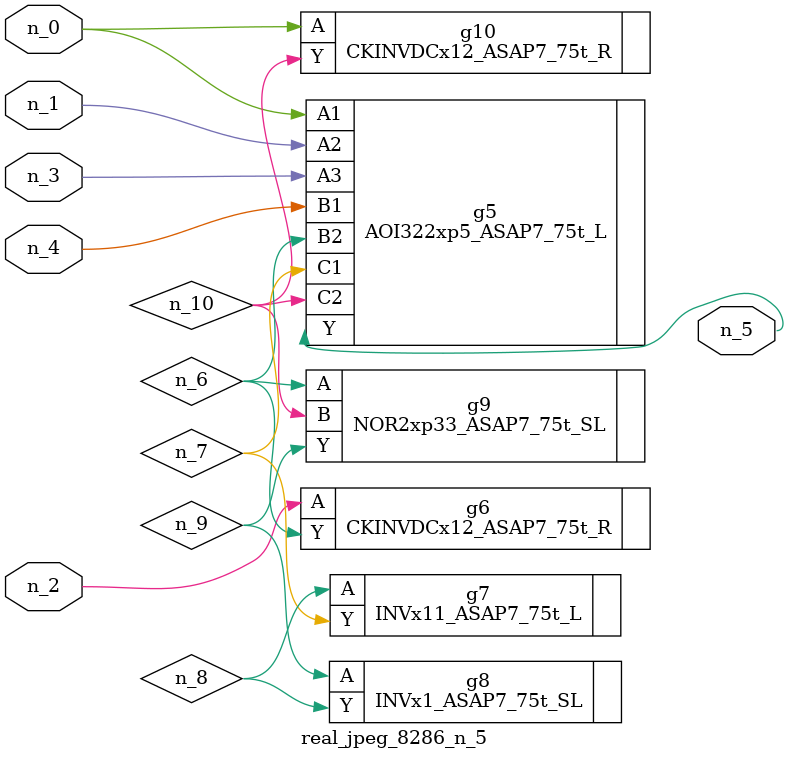
<source format=v>
module real_jpeg_8286_n_5 (n_4, n_0, n_1, n_2, n_3, n_5);

input n_4;
input n_0;
input n_1;
input n_2;
input n_3;

output n_5;

wire n_8;
wire n_6;
wire n_7;
wire n_10;
wire n_9;

AOI322xp5_ASAP7_75t_L g5 ( 
.A1(n_0),
.A2(n_1),
.A3(n_3),
.B1(n_4),
.B2(n_6),
.C1(n_7),
.C2(n_10),
.Y(n_5)
);

CKINVDCx12_ASAP7_75t_R g10 ( 
.A(n_0),
.Y(n_10)
);

CKINVDCx12_ASAP7_75t_R g6 ( 
.A(n_2),
.Y(n_6)
);

NOR2xp33_ASAP7_75t_SL g9 ( 
.A(n_6),
.B(n_10),
.Y(n_9)
);

INVx11_ASAP7_75t_L g7 ( 
.A(n_8),
.Y(n_7)
);

INVx1_ASAP7_75t_SL g8 ( 
.A(n_9),
.Y(n_8)
);


endmodule
</source>
